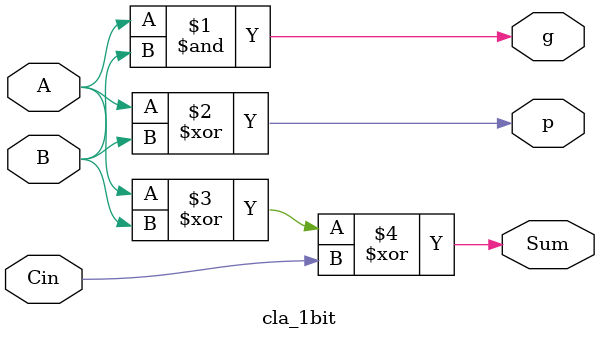
<source format=v>
module cla_1bit (A, B, Cin, g, p, Sum);
input A, B, Cin;
output Sum, p, g;

and a0 (g, A, B);
xor a1 (p, A, B);
xor a2 (Sum, A, B, Cin);

endmodule
</source>
